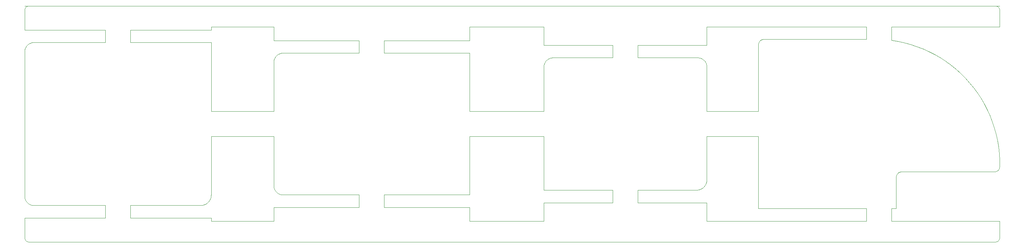
<source format=gm1>
G04 #@! TF.GenerationSoftware,KiCad,Pcbnew,7.0.9*
G04 #@! TF.CreationDate,2024-12-23T13:01:39-05:00*
G04 #@! TF.ProjectId,pods_panel,706f6473-5f70-4616-9e65-6c2e6b696361,rev?*
G04 #@! TF.SameCoordinates,Original*
G04 #@! TF.FileFunction,Profile,NP*
%FSLAX46Y46*%
G04 Gerber Fmt 4.6, Leading zero omitted, Abs format (unit mm)*
G04 Created by KiCad (PCBNEW 7.0.9) date 2024-12-23 13:01:39*
%MOMM*%
%LPD*%
G01*
G04 APERTURE LIST*
G04 #@! TA.AperFunction,Profile*
%ADD10C,0.100000*%
G04 #@! TD*
G04 APERTURE END LIST*
D10*
X193261007Y-32429806D02*
X193148677Y-32415500D01*
X33047670Y-67625903D02*
X33152828Y-67667909D01*
X156231689Y-33862805D02*
X156195064Y-33969956D01*
X76272569Y-66027415D02*
X76307971Y-65903690D01*
X138285811Y-24999999D02*
X156092566Y-24999999D01*
X201339255Y-45274533D02*
X195157566Y-45274533D01*
X208174610Y-28159989D02*
X208119159Y-28192631D01*
X138285811Y-51274533D02*
X147189188Y-51274533D01*
X31833179Y-66348260D02*
X31875185Y-66453418D01*
X33047670Y-28923162D02*
X32944775Y-28970439D01*
X32161672Y-29608976D02*
X32094649Y-29700248D01*
X265279947Y-58736059D02*
X265291298Y-58672723D01*
X31694056Y-20999999D02*
X31694056Y-20999999D01*
X194773122Y-62948601D02*
X194838406Y-62837699D01*
X111833311Y-31282033D02*
X93615811Y-31282033D01*
X195131792Y-34300591D02*
X195111815Y-34189130D01*
X91719091Y-32334798D02*
X91661646Y-32432383D01*
X263575026Y-47809193D02*
X263015122Y-46360878D01*
X264305944Y-76555410D02*
X264403961Y-76550594D01*
X156092566Y-29404033D02*
X156092566Y-29404033D01*
X91406584Y-33178591D02*
X91392278Y-33290921D01*
X33702944Y-67795565D02*
X33815855Y-67804164D01*
X32032336Y-66754267D02*
X32094649Y-66848817D01*
X74967657Y-67547456D02*
X75081722Y-67487873D01*
X193482774Y-32475380D02*
X193372468Y-32449783D01*
X264777340Y-20118078D02*
X264688627Y-20076120D01*
X265291298Y-58672723D02*
X265299428Y-58608893D01*
X92339026Y-64866439D02*
X92433576Y-64928752D01*
X241194610Y-59909989D02*
X241251643Y-59880198D01*
X32309144Y-29437191D02*
X32233231Y-29521215D01*
X76183208Y-66268696D02*
X76230946Y-66149188D01*
X93165908Y-31327783D02*
X93055602Y-31353380D01*
X32694056Y-20000000D02*
X32596038Y-20004815D01*
X32059662Y-20226989D02*
X31986949Y-20292893D01*
X91383679Y-33403832D02*
X91380811Y-33517033D01*
X265305944Y-71555410D02*
X239413444Y-71555410D01*
X195157566Y-34639033D02*
X195154697Y-34525832D01*
X156138316Y-34189130D02*
X156118339Y-34300591D01*
X92075969Y-31897121D02*
X91995899Y-31977191D01*
X193850232Y-63825873D02*
X193961134Y-63760589D01*
X76307971Y-65903690D02*
X76337062Y-65778331D01*
X240540944Y-68555410D02*
X240540944Y-61020410D01*
X111833311Y-68267033D02*
X91380811Y-68267033D01*
X264403961Y-76550594D02*
X264501034Y-76536195D01*
X83884933Y-51274533D02*
X91380811Y-51274533D01*
X240935956Y-60099923D02*
X240983700Y-60056787D01*
X178625066Y-64145033D02*
X192617566Y-64145033D01*
X208726619Y-28002040D02*
X208662460Y-28006925D01*
X240542574Y-60956085D02*
X240547459Y-60891926D01*
X239413444Y-68555410D02*
X240540944Y-68555410D01*
X208598630Y-28015055D02*
X208535294Y-28026406D01*
X117833311Y-31282033D02*
X117833311Y-28282033D01*
X31694056Y-19999999D02*
X31694056Y-20000000D01*
X240581486Y-60702081D02*
X240599187Y-60640218D01*
X93165908Y-65221282D02*
X93277369Y-65241259D01*
X265299428Y-58608893D02*
X265304313Y-58544734D01*
X194290622Y-32871649D02*
X194199350Y-32804626D01*
X194689949Y-33270976D02*
X194618390Y-33183215D01*
X195157566Y-61605033D02*
X195157566Y-51274533D01*
X73849056Y-67807033D02*
X73977704Y-67803772D01*
X91661646Y-64116682D02*
X91719091Y-64214267D01*
X91561940Y-32635647D02*
X91519934Y-32740805D01*
X93277369Y-65241259D02*
X93389699Y-65255565D01*
X31922462Y-66556313D02*
X31974891Y-66656682D01*
X195018442Y-33862805D02*
X194976436Y-33757647D01*
X31974891Y-66656682D02*
X32032336Y-66754267D01*
X158327566Y-32404033D02*
X158214365Y-32406901D01*
X31713270Y-75750500D02*
X31737115Y-75845694D01*
X193906846Y-32632439D02*
X193803951Y-32585162D01*
X194756972Y-33362248D02*
X194689949Y-33270976D01*
X138285811Y-68267033D02*
X117833311Y-68267033D01*
X233413444Y-28000022D02*
X208790944Y-28000410D01*
X33259979Y-28844531D02*
X33152828Y-28881156D01*
X31694056Y-20000000D02*
X32694056Y-20000000D01*
X241810944Y-59750410D02*
X264035944Y-59750410D01*
X33815855Y-28744901D02*
X33702944Y-28753500D01*
X195157566Y-45274533D02*
X195157566Y-34639033D01*
X31921045Y-20365606D02*
X31862586Y-20444429D01*
X91426561Y-33067130D02*
X91406584Y-33178591D01*
X92339026Y-31682626D02*
X92247754Y-31749649D01*
X240540944Y-61020410D02*
X240542574Y-60956085D01*
X32652271Y-29142626D02*
X32560999Y-29209649D01*
X76389056Y-51274533D02*
X83884933Y-51274533D01*
X32473238Y-67267857D02*
X32560999Y-67339416D01*
X91561940Y-63913418D02*
X91609217Y-64016313D01*
X147189188Y-45274533D02*
X138285811Y-45274533D01*
X195041079Y-62365415D02*
X195076481Y-62241690D01*
X31862586Y-76110980D02*
X31921045Y-76189803D01*
X157343285Y-32632439D02*
X157242916Y-32684868D01*
X248380451Y-30934194D02*
X246963628Y-30298805D01*
X31737115Y-75845694D02*
X31770176Y-75938093D01*
X156707654Y-33099191D02*
X156631741Y-33183215D01*
X51041556Y-70807033D02*
X31694056Y-70807033D01*
X195128275Y-61989659D02*
X195144534Y-61862000D01*
X91380811Y-28282033D02*
X111833311Y-28282033D01*
X156320972Y-33654752D02*
X156273695Y-33757647D01*
X240599187Y-60640218D02*
X240619998Y-60579332D01*
X156787724Y-33019121D02*
X156707654Y-33099191D01*
X33479153Y-67761282D02*
X33590614Y-67781259D01*
X207623867Y-28769578D02*
X207599998Y-28829332D01*
X32944775Y-67578626D02*
X33047670Y-67625903D01*
X194068587Y-63689772D02*
X194172315Y-63613603D01*
X156092566Y-51274533D02*
X156092566Y-64145033D01*
X207713165Y-28598625D02*
X207680523Y-28654076D01*
X264305944Y-20000000D02*
X265305944Y-20000000D01*
X74233682Y-67777742D02*
X74360354Y-67755039D01*
X33259979Y-67704534D02*
X33368847Y-67735685D01*
X264940337Y-76328420D02*
X265013050Y-76262516D01*
X264035944Y-59750410D02*
X264100268Y-59748779D01*
X32746821Y-29080313D02*
X32652271Y-29142626D01*
X195157566Y-71555410D02*
X195157566Y-67145033D01*
X264761454Y-59522779D02*
X264813318Y-59484695D01*
X31705523Y-30750921D02*
X31696924Y-30863832D01*
X178625066Y-32404033D02*
X178625066Y-29404033D01*
X195157566Y-24999999D02*
X195157566Y-24999999D01*
X92839583Y-31421156D02*
X92734425Y-31463162D01*
X31986949Y-76262516D02*
X32059662Y-76328420D01*
X31922462Y-29992752D02*
X31875185Y-30095647D01*
X75933795Y-66718054D02*
X76004612Y-66610601D01*
X194702305Y-63056054D02*
X194773122Y-62948601D01*
X195086218Y-34078824D02*
X195055067Y-33969956D01*
X32389214Y-67191944D02*
X32473238Y-67267857D01*
X264416135Y-59692166D02*
X264477021Y-59671355D01*
X207963700Y-28306787D02*
X207915956Y-28349923D01*
X31694056Y-21000000D02*
X31694056Y-24999999D01*
X92531161Y-64986197D02*
X92631530Y-65038626D01*
X256020323Y-36201955D02*
X254867080Y-35162176D01*
X240733165Y-60348625D02*
X240768574Y-60294899D01*
X92734425Y-31463162D02*
X92631530Y-31510439D01*
X194976436Y-33757647D02*
X194929159Y-33654752D01*
X240847321Y-60193166D02*
X240890457Y-60145422D01*
X32389214Y-29357121D02*
X32309144Y-29437191D01*
X264291593Y-59724413D02*
X264354272Y-59709867D01*
X261673374Y-43561301D02*
X260895159Y-42217616D01*
X241682460Y-59756925D02*
X241746619Y-59752040D01*
X172625066Y-67145033D02*
X156092566Y-67145033D01*
X92433576Y-31620313D02*
X92339026Y-31682626D01*
X156092566Y-24999999D02*
X156092566Y-29404033D01*
X264100268Y-59748779D02*
X264164427Y-59743894D01*
X92946734Y-31384531D02*
X92839583Y-31421156D01*
X194626136Y-63159782D02*
X194702305Y-63056054D01*
X76389056Y-65267033D02*
X76389056Y-51274533D01*
X207520944Y-29270410D02*
X207520944Y-45274533D01*
X240983700Y-60056787D02*
X241033569Y-60016124D01*
X233413444Y-71555410D02*
X195157566Y-71555410D01*
X31713270Y-20804909D02*
X31698871Y-20901982D01*
X91483309Y-32847956D02*
X91452158Y-32956824D01*
X257117939Y-37300295D02*
X256020323Y-36201955D01*
X93615811Y-31282033D02*
X93502610Y-31284901D01*
X195144534Y-61862000D02*
X195154305Y-61733681D01*
X239413444Y-24999999D02*
X265305944Y-24999999D01*
X242542164Y-28845694D02*
X241024640Y-28516713D01*
X264813318Y-59484695D02*
X264863187Y-59444032D01*
X264777340Y-76437331D02*
X264861514Y-76386879D01*
X265305944Y-20000000D02*
X265305944Y-19999999D01*
X31921045Y-76189803D02*
X31986949Y-76262516D01*
X76389056Y-24999999D02*
X91380811Y-24999999D01*
X195154305Y-61733681D02*
X195157566Y-61605033D01*
X265247700Y-58860601D02*
X265265401Y-58798738D01*
X51041556Y-28742033D02*
X33929056Y-28742033D01*
X264688627Y-76479289D02*
X264777340Y-76437331D01*
X75690029Y-67017008D02*
X75776301Y-66921519D01*
X92946734Y-65164534D02*
X93055602Y-65195685D01*
X207870457Y-28395422D02*
X207827321Y-28443166D01*
X31739806Y-30527130D02*
X31719829Y-30638591D01*
X265301128Y-20901982D02*
X265286729Y-20804909D01*
X32403771Y-20043059D02*
X32311372Y-20076120D01*
X195076481Y-62241690D02*
X195105572Y-62116331D01*
X265041919Y-53833781D02*
X264793301Y-52301038D01*
X246963628Y-30298805D02*
X245515681Y-29737947D01*
X264536775Y-59647486D02*
X264595244Y-59620621D01*
X195105572Y-62116331D02*
X195128275Y-61989659D01*
X33815855Y-67804164D02*
X33929056Y-67807033D01*
X91392278Y-33290921D02*
X91383679Y-33403832D01*
X259134569Y-39660617D02*
X258156958Y-38454223D01*
X74850719Y-67601185D02*
X74967657Y-67547456D01*
X208349866Y-28079464D02*
X208290112Y-28103333D01*
X193499721Y-63986923D02*
X193619229Y-63939185D01*
X74106023Y-67794001D02*
X74106023Y-67794001D01*
X195157566Y-51274533D02*
X201339255Y-51274533D01*
X91919986Y-64487850D02*
X91995899Y-64571874D01*
X73977704Y-67803772D02*
X74106023Y-67794001D01*
X93502610Y-31284901D02*
X93389699Y-31293500D01*
X32222659Y-76437331D02*
X32311372Y-76479289D01*
X157767357Y-32475380D02*
X157658489Y-32506531D01*
X157877663Y-32449783D02*
X157767357Y-32475380D01*
X156959509Y-32871649D02*
X156871748Y-32943208D01*
X31698871Y-75653427D02*
X31713270Y-75750500D01*
X32138485Y-20168530D02*
X32059662Y-20226989D01*
X265146364Y-59096743D02*
X265176155Y-59039710D01*
X158214365Y-32406901D02*
X158101454Y-32415500D01*
X178625066Y-29404033D02*
X195157566Y-29404033D01*
X51041556Y-25742033D02*
X51041556Y-28742033D01*
X32560999Y-67339416D02*
X32652271Y-67406439D01*
X92531161Y-31562868D02*
X92433576Y-31620313D01*
X156092566Y-71555410D02*
X138285811Y-71555410D01*
X264688627Y-20076120D02*
X264596228Y-20043059D01*
X93055602Y-31353380D02*
X92946734Y-31384531D01*
X92839583Y-65127909D02*
X92946734Y-65164534D01*
X92075969Y-64651944D02*
X92159993Y-64727857D01*
X265305944Y-58480410D02*
X265298587Y-56927652D01*
X32311372Y-20076120D02*
X32222659Y-20118078D01*
X31796554Y-30307956D02*
X31765403Y-30416824D01*
X208231643Y-28130198D02*
X208174610Y-28159989D01*
X156092566Y-34639033D02*
X156092566Y-45274533D01*
X193591642Y-32506531D02*
X193482774Y-32475380D01*
X265078954Y-20365606D02*
X265013050Y-20292893D01*
X193254223Y-64063948D02*
X193377948Y-64028546D01*
X208410752Y-28058653D02*
X208349866Y-28079464D01*
X194378383Y-32943208D02*
X194290622Y-32871649D01*
X156095434Y-34525832D02*
X156092566Y-34639033D01*
X31694056Y-75555410D02*
X31698871Y-75653427D01*
X32560999Y-29209649D02*
X32473238Y-29281208D01*
X156273695Y-33757647D02*
X156231689Y-33862805D01*
X91719091Y-64214267D02*
X91781404Y-64308817D01*
X156373401Y-33554383D02*
X156320972Y-33654752D01*
X91519934Y-63808260D02*
X91561940Y-63913418D01*
X193803951Y-32585162D02*
X193698793Y-32543156D01*
X241492615Y-59790952D02*
X241555294Y-59776406D01*
X75403805Y-67275603D02*
X75503542Y-67194278D01*
X194838406Y-62837699D02*
X194897989Y-62723634D01*
X156195064Y-33969956D02*
X156163913Y-34078824D01*
X156092566Y-45274533D02*
X147189188Y-45274533D01*
X193619229Y-63939185D02*
X193736167Y-63885456D01*
X195157566Y-24999999D02*
X233413444Y-24999999D01*
X249762319Y-31642397D02*
X248380451Y-30934194D01*
X207522574Y-29206085D02*
X207520944Y-29270410D01*
X32498965Y-20019214D02*
X32403771Y-20043059D01*
X264861514Y-20168530D02*
X264777340Y-20118078D01*
X192617566Y-64145033D02*
X192617566Y-64145033D01*
X32094649Y-29700248D02*
X32032336Y-29794798D01*
X241369866Y-59829464D02*
X241430752Y-59808653D01*
X31770176Y-75938093D02*
X31812134Y-76026806D01*
X195111815Y-34189130D02*
X195086218Y-34078824D01*
X233413444Y-68555410D02*
X233413444Y-71555410D01*
X31696924Y-30863832D02*
X31694056Y-30977033D01*
X32746821Y-67468752D02*
X32844406Y-67526197D01*
X264793301Y-52301038D02*
X264465320Y-50783297D01*
X240670732Y-60461109D02*
X240700523Y-60404076D01*
X207748574Y-28544899D02*
X207713165Y-28598625D01*
X207827321Y-28443166D02*
X207786658Y-28493035D01*
X240566940Y-60764760D02*
X240581486Y-60702081D01*
X208662460Y-28006925D02*
X208598630Y-28015055D01*
X172625066Y-29404033D02*
X172625066Y-32404033D01*
X263015122Y-46360878D02*
X262380666Y-44943635D01*
X91452158Y-32956824D02*
X91426561Y-33067130D01*
X92247754Y-64799416D02*
X92339026Y-64866439D01*
X156092566Y-64145033D02*
X172625066Y-64145033D01*
X158101454Y-32415500D02*
X157989124Y-32429806D01*
X195157566Y-67145033D02*
X178625066Y-67145033D01*
X91380811Y-24999999D02*
X91380811Y-28282033D01*
X31812134Y-20528603D02*
X31770176Y-20617316D01*
X91392278Y-63258144D02*
X91406584Y-63370474D01*
X33590614Y-28767806D02*
X33479153Y-28787783D01*
X264354272Y-59709867D02*
X264416135Y-59692166D01*
X265176155Y-59039710D02*
X265203020Y-58981241D01*
X75081722Y-67487873D02*
X75192624Y-67422589D01*
X240768574Y-60294899D02*
X240806658Y-60243035D01*
X31986949Y-20292893D02*
X31921045Y-20365606D01*
X31694056Y-30977033D02*
X31694056Y-65572033D01*
X111833311Y-28282033D02*
X111833311Y-31282033D01*
X92631530Y-31510439D02*
X92531161Y-31562868D01*
X32222659Y-20118078D02*
X32138485Y-20168530D01*
X193128864Y-64093039D02*
X193254223Y-64063948D01*
X74360354Y-67755039D02*
X74485713Y-67725948D01*
X93502610Y-65264164D02*
X93615811Y-65267033D01*
X33590614Y-67781259D02*
X33702944Y-67795565D01*
X117833311Y-28282033D02*
X138285811Y-28282033D01*
X32844406Y-67526197D02*
X32944775Y-67578626D01*
X91380811Y-68267033D02*
X91380811Y-71555410D01*
X264707728Y-59558188D02*
X264761454Y-59522779D01*
X32403771Y-76512350D02*
X32498965Y-76536195D01*
X194951718Y-62606696D02*
X194999456Y-62487188D01*
X91380811Y-45274533D02*
X83884933Y-45274533D01*
X91380811Y-51274533D02*
X91380811Y-63032033D01*
X32032336Y-29794798D02*
X31974891Y-29892383D01*
X265078313Y-59205920D02*
X265113722Y-59152194D01*
X193148677Y-32415500D02*
X193035766Y-32406901D01*
X254867080Y-35162176D02*
X253661330Y-34183771D01*
X32059662Y-76328420D02*
X32138485Y-76386879D01*
X33152828Y-28881156D02*
X33047670Y-28923162D01*
X265187865Y-20528603D02*
X265137413Y-20444429D01*
X194367541Y-63446006D02*
X194458539Y-63355008D01*
X32498965Y-76536195D02*
X32596038Y-76550594D01*
X194272052Y-63532278D02*
X194367541Y-63446006D01*
X194104800Y-32742313D02*
X194007215Y-32684868D01*
X195055067Y-33969956D02*
X195018442Y-33862805D01*
X76004612Y-66610601D02*
X76069896Y-66499699D01*
X57041556Y-67807033D02*
X73849056Y-67807033D01*
X91848427Y-32148976D02*
X91781404Y-32240248D01*
X91426561Y-63481935D02*
X91452158Y-63592241D01*
X33368847Y-67735685D02*
X33479153Y-67761282D01*
X31694056Y-70807033D02*
X31694056Y-71555410D01*
X207650732Y-28711109D02*
X207623867Y-28769578D01*
X91848427Y-64400089D02*
X91919986Y-64487850D01*
X31796554Y-66241109D02*
X31833179Y-66348260D01*
X208065433Y-28228040D02*
X208013569Y-28266124D01*
X31812134Y-76026806D02*
X31862586Y-76110980D01*
X75503542Y-67194278D02*
X75599031Y-67108006D01*
X195146098Y-34412921D02*
X195131792Y-34300591D01*
X265305944Y-24999999D02*
X265305944Y-21000000D01*
X31705523Y-65798144D02*
X31719829Y-65910474D01*
X156871748Y-32943208D02*
X156787724Y-33019121D01*
X91609217Y-64016313D02*
X91661646Y-64116682D01*
X91781404Y-64308817D02*
X91848427Y-64400089D01*
X75192624Y-67422589D02*
X75300077Y-67351772D01*
X265078954Y-76189803D02*
X265137413Y-76110980D01*
X265013050Y-20292893D02*
X264940337Y-20226989D01*
X91380811Y-33517033D02*
X91380811Y-45274533D01*
X264595244Y-59620621D02*
X264652277Y-59590830D01*
X207535589Y-29078096D02*
X207527459Y-29141926D01*
X241139159Y-59942631D02*
X241194610Y-59909989D01*
X265113722Y-59152194D02*
X265146364Y-59096743D01*
X33479153Y-28787783D02*
X33368847Y-28813380D01*
X32309144Y-67111874D02*
X32389214Y-67191944D01*
X194897989Y-62723634D02*
X194951718Y-62606696D01*
X76389056Y-45274533D02*
X76389056Y-28742033D01*
X207599998Y-28829332D02*
X207579187Y-28890218D01*
X138285811Y-31282033D02*
X117833311Y-31282033D01*
X57041556Y-70807033D02*
X57041556Y-67807033D01*
X74106023Y-67794001D02*
X74233682Y-67777742D01*
X93389699Y-65255565D02*
X93502610Y-65264164D01*
X193035766Y-32406901D02*
X192922566Y-32404033D01*
X111833311Y-65267033D02*
X111833311Y-68267033D01*
X31875185Y-66453418D02*
X31922462Y-66556313D01*
X265040229Y-59257784D02*
X265078313Y-59205920D01*
X265265401Y-58798738D02*
X265279947Y-58736059D01*
X156104033Y-34412921D02*
X156095434Y-34525832D01*
X264501034Y-20019214D02*
X264403961Y-20004815D01*
X156560182Y-33270976D02*
X156493159Y-33362248D01*
X265262884Y-75845694D02*
X265286729Y-75750500D01*
X193372468Y-32449783D02*
X193261007Y-32429806D01*
X240643867Y-60519578D02*
X240670732Y-60461109D01*
X74609438Y-67690546D02*
X74731211Y-67648923D01*
X33929056Y-28742033D02*
X33815855Y-28744901D01*
X91406584Y-63370474D02*
X91426561Y-63481935D01*
X194929159Y-33654752D02*
X194876730Y-33554383D01*
X93055602Y-65195685D02*
X93165908Y-65221282D01*
X32233231Y-29521215D02*
X32161672Y-29608976D01*
X117833311Y-68267033D02*
X117833311Y-65267033D01*
X241024640Y-28516713D02*
X239492061Y-28267085D01*
X240700523Y-60404076D02*
X240733165Y-60348625D01*
X32311372Y-76479289D02*
X32403771Y-76512350D01*
X194007215Y-32684868D02*
X193906846Y-32632439D01*
X241033569Y-60016124D02*
X241085433Y-59978040D01*
X76389056Y-25742033D02*
X76389056Y-24999999D01*
X31765403Y-66132241D02*
X31796554Y-66241109D01*
X207680523Y-28654076D02*
X207650732Y-28711109D01*
X241555294Y-59776406D02*
X241618630Y-59765055D01*
X207520944Y-45274533D02*
X201339255Y-45274533D01*
X91380811Y-63032033D02*
X91383679Y-63145233D01*
X265304313Y-58544734D02*
X265305944Y-58480410D01*
X265137413Y-20444429D02*
X265078954Y-20365606D01*
X233413444Y-24999999D02*
X233413444Y-28000022D01*
X265210500Y-55377378D02*
X265041919Y-53833781D01*
X208013569Y-28266124D02*
X207963700Y-28306787D01*
X33368847Y-28813380D02*
X33259979Y-28844531D01*
X207915956Y-28349923D02*
X207870457Y-28395422D01*
X156430846Y-33456798D02*
X156373401Y-33554383D01*
X93389699Y-31293500D02*
X93277369Y-31307806D01*
X93615811Y-65267033D02*
X111833311Y-65267033D01*
X208472615Y-28040952D02*
X208410752Y-28058653D01*
X193698793Y-32543156D02*
X193591642Y-32506531D01*
X193002192Y-64115742D02*
X193128864Y-64093039D01*
X265301128Y-75653427D02*
X265305944Y-75555410D01*
X74731211Y-67648923D02*
X74850719Y-67601185D01*
X208119159Y-28192631D02*
X208065433Y-28228040D01*
X32138485Y-76386879D02*
X32222659Y-76437331D01*
X76376024Y-65524000D02*
X76385795Y-65395681D01*
X76389056Y-71555410D02*
X76389056Y-70807033D01*
X264940337Y-20226989D02*
X264861514Y-20168530D01*
X194458539Y-63355008D02*
X194544811Y-63259519D01*
X31694056Y-24999999D02*
X31694056Y-25742033D01*
X264501034Y-76536195D02*
X264596228Y-76512350D01*
X31694056Y-71555410D02*
X31694056Y-75555410D01*
X91661646Y-32432383D02*
X91609217Y-32532752D01*
X156118339Y-34300591D02*
X156104033Y-34412921D01*
X156631741Y-33183215D02*
X156560182Y-33270976D01*
X57041556Y-28742033D02*
X57041556Y-25742033D01*
X192922566Y-32404033D02*
X178625066Y-32404033D01*
X76389056Y-70807033D02*
X57041556Y-70807033D01*
X32596038Y-76550594D02*
X32694056Y-76555410D01*
X172625066Y-32404033D02*
X158327566Y-32404033D01*
X264403961Y-20004815D02*
X264305944Y-20000000D01*
X32094649Y-66848817D02*
X32161672Y-66940089D01*
X76069896Y-66499699D02*
X76129479Y-66385634D01*
X76385795Y-65395681D02*
X76389056Y-65267033D01*
X157145331Y-32742313D02*
X157050781Y-32804626D01*
X51041556Y-67807033D02*
X51041556Y-70807033D01*
X265013050Y-76262516D02*
X265078954Y-76189803D01*
X194199350Y-32804626D02*
X194104800Y-32742313D01*
X265137413Y-76110980D02*
X265187865Y-76026806D01*
X33929056Y-67807033D02*
X51041556Y-67807033D01*
X194542477Y-33099191D02*
X194462407Y-33019121D01*
X157989124Y-32429806D02*
X157877663Y-32449783D01*
X194172315Y-63613603D02*
X194272052Y-63532278D01*
X192617566Y-64145033D02*
X192746214Y-64141772D01*
X265229823Y-20617316D02*
X265187865Y-20528603D01*
X33702944Y-28753500D02*
X33590614Y-28767806D01*
X201339255Y-51274533D02*
X207520944Y-51274533D01*
X157551338Y-32543156D02*
X157446180Y-32585162D01*
X264652277Y-59590830D02*
X264707728Y-59558188D01*
X240890457Y-60145422D02*
X240935956Y-60099923D01*
X91995899Y-31977191D02*
X91919986Y-32061215D01*
X192874533Y-64132001D02*
X193002192Y-64115742D01*
X193736167Y-63885456D02*
X193850232Y-63825873D01*
X76359765Y-65651659D02*
X76376024Y-65524000D01*
X265298587Y-56927652D02*
X265210500Y-55377378D01*
X32473238Y-29281208D02*
X32389214Y-29357121D01*
X241310112Y-59853333D02*
X241369866Y-59829464D01*
X31875185Y-30095647D02*
X31833179Y-30200805D01*
X194544811Y-63259519D02*
X194626136Y-63159782D01*
X258156958Y-38454223D02*
X257117939Y-37300295D01*
X207786658Y-28493035D02*
X207748574Y-28544899D01*
X31974891Y-29892383D02*
X31922462Y-29992752D01*
X265226889Y-58921487D02*
X265247700Y-58860601D01*
X240806658Y-60243035D02*
X240847321Y-60193166D01*
X239413444Y-28258447D02*
X239413444Y-24999999D01*
X207520944Y-51274533D02*
X207520944Y-68555410D01*
X240555589Y-60828096D02*
X240566940Y-60764760D01*
X91380811Y-28282033D02*
X91380811Y-28282033D01*
X178625066Y-67145033D02*
X178625066Y-64145033D01*
X264596228Y-76512350D02*
X264688627Y-76479289D01*
X264910931Y-59400896D02*
X264956430Y-59355397D01*
X264863187Y-59444032D02*
X264910931Y-59400896D01*
X156092566Y-29404033D02*
X172625066Y-29404033D01*
X157050781Y-32804626D02*
X156959509Y-32871649D01*
X31833179Y-30200805D02*
X31796554Y-30307956D01*
X244040529Y-29253140D02*
X242542164Y-28845694D01*
X31694056Y-25742033D02*
X51041556Y-25742033D01*
X240547459Y-60891926D02*
X240555589Y-60828096D01*
X240619998Y-60579332D02*
X240643867Y-60519578D01*
X239492061Y-28267085D02*
X239413444Y-28258447D01*
X265305944Y-75555410D02*
X265305944Y-71555410D01*
X252406336Y-33269387D02*
X251105492Y-32421498D01*
X32233231Y-67027850D02*
X32309144Y-67111874D01*
X93277369Y-31307806D02*
X93165908Y-31327783D01*
X172625066Y-64145033D02*
X172625066Y-67145033D01*
X265305944Y-21000000D02*
X265301128Y-20901982D01*
X260895159Y-42217616D02*
X260048126Y-40916214D01*
X91383679Y-63145233D02*
X91392278Y-63258144D01*
X75857626Y-66821782D02*
X75933795Y-66718054D01*
X193377948Y-64028546D02*
X193499721Y-63986923D01*
X194876730Y-33554383D02*
X194819285Y-33456798D01*
X245515681Y-29737947D02*
X244040529Y-29253140D01*
X32596038Y-20004815D02*
X32498965Y-20019214D01*
X264228257Y-59735764D02*
X264291593Y-59724413D01*
X194462407Y-33019121D02*
X194378383Y-32943208D01*
X92734425Y-65085903D02*
X92839583Y-65127909D01*
X76337062Y-65778331D02*
X76359765Y-65651659D01*
X265262884Y-20709715D02*
X265229823Y-20617316D01*
X264861514Y-76386879D02*
X264940337Y-76328420D01*
X74485713Y-67725948D02*
X74609438Y-67690546D01*
X156493159Y-33362248D02*
X156430846Y-33456798D01*
X31696924Y-65685233D02*
X31705523Y-65798144D01*
X194618390Y-33183215D02*
X194542477Y-33099191D01*
X138285811Y-71555410D02*
X138285811Y-68267033D01*
X138285811Y-45274533D02*
X138285811Y-31282033D01*
X264596228Y-20043059D02*
X264501034Y-20019214D01*
X57041556Y-25742033D02*
X76389056Y-25742033D01*
X251105492Y-32421498D02*
X249762319Y-31642397D01*
X193961134Y-63760589D02*
X194068587Y-63689772D01*
X31765403Y-30416824D02*
X31739806Y-30527130D01*
X195157566Y-29404033D02*
X195157566Y-24999999D01*
X91380811Y-71555410D02*
X76389056Y-71555410D01*
X31719829Y-65910474D02*
X31739806Y-66021935D01*
X33152828Y-67667909D02*
X33259979Y-67704534D01*
X32944775Y-28970439D02*
X32844406Y-29022868D01*
X241430752Y-59808653D02*
X241492615Y-59790952D01*
X31862586Y-20444429D02*
X31812134Y-20528603D01*
X265187865Y-76026806D02*
X265229823Y-75938093D01*
X31737115Y-20709715D02*
X31713270Y-20804909D01*
X208535294Y-28026406D02*
X208472615Y-28040952D01*
X260048126Y-40916214D02*
X259134569Y-39660617D01*
X31694056Y-65572033D02*
X31696924Y-65685233D01*
X31719829Y-30638591D02*
X31705523Y-30750921D01*
X31770176Y-20617316D02*
X31737115Y-20709715D01*
X208790944Y-28000410D02*
X208726619Y-28002040D01*
X207520944Y-68555410D02*
X233413444Y-68555410D01*
X75776301Y-66921519D02*
X75857626Y-66821782D01*
X264164427Y-59743894D02*
X264228257Y-59735764D01*
X76389056Y-28742033D02*
X57041556Y-28742033D01*
X192746214Y-64141772D02*
X192874533Y-64132001D01*
X241085433Y-59978040D02*
X241139159Y-59942631D01*
X265305944Y-19999999D02*
X31694056Y-19999999D01*
X194819285Y-33456798D02*
X194756972Y-33362248D01*
X264956430Y-59355397D02*
X264999566Y-59307653D01*
X91483309Y-63701109D02*
X91519934Y-63808260D01*
X207561486Y-28952081D02*
X207546940Y-29014760D01*
X157658489Y-32506531D02*
X157551338Y-32543156D01*
X207527459Y-29141926D02*
X207522574Y-29206085D01*
X138285811Y-28282033D02*
X138285811Y-24999999D01*
X239413444Y-71555410D02*
X239413444Y-68555410D01*
X241746619Y-59752040D02*
X241810944Y-59750410D01*
X156092566Y-64145033D02*
X156092566Y-64145033D01*
X157242916Y-32684868D02*
X157145331Y-32742313D01*
X264999566Y-59307653D02*
X265040229Y-59257784D01*
X265203020Y-58981241D02*
X265226889Y-58921487D01*
X253661330Y-34183771D02*
X252406336Y-33269387D01*
X91781404Y-32240248D02*
X91719091Y-32334798D01*
X91519934Y-32740805D02*
X91483309Y-32847956D01*
X208290112Y-28103333D02*
X208231643Y-28130198D01*
X264058861Y-49284664D02*
X263575026Y-47809193D01*
X117833311Y-65267033D02*
X138285811Y-65267033D01*
X241251643Y-59880198D02*
X241310112Y-59853333D01*
X265286729Y-75750500D02*
X265301128Y-75653427D01*
X207579187Y-28890218D02*
X207561486Y-28952081D01*
X32652271Y-67406439D02*
X32746821Y-67468752D01*
X241618630Y-59765055D02*
X241682460Y-59756925D01*
X264465320Y-50783297D02*
X264058861Y-49284664D01*
X157446180Y-32585162D02*
X157343285Y-32632439D01*
X92159993Y-31821208D02*
X92075969Y-31897121D01*
X91919986Y-32061215D02*
X91848427Y-32148976D01*
X31739806Y-66021935D02*
X31765403Y-66132241D01*
X31694056Y-20999999D02*
X31694056Y-21000000D01*
X31694056Y-24999999D02*
X31694056Y-24999999D01*
X92631530Y-65038626D02*
X92734425Y-65085903D01*
X264477021Y-59671355D02*
X264536775Y-59647486D01*
X92159993Y-64727857D02*
X92247754Y-64799416D01*
X32161672Y-66940089D02*
X32233231Y-67027850D01*
X32844406Y-29022868D02*
X32746821Y-29080313D01*
X91609217Y-32532752D02*
X91561940Y-32635647D01*
X156092566Y-67145033D02*
X156092566Y-71555410D01*
X92247754Y-31749649D02*
X92159993Y-31821208D01*
X265229823Y-75938093D02*
X265262884Y-75845694D01*
X76129479Y-66385634D02*
X76183208Y-66268696D01*
X31698871Y-20901982D02*
X31694056Y-20999999D01*
X195154697Y-34525832D02*
X195146098Y-34412921D01*
X194999456Y-62487188D02*
X195041079Y-62365415D01*
X75599031Y-67108006D02*
X75690029Y-67017008D01*
X156163913Y-34078824D02*
X156138316Y-34189130D01*
X147189188Y-51274533D02*
X156092566Y-51274533D01*
X265286729Y-20804909D02*
X265262884Y-20709715D01*
X91995899Y-64571874D02*
X92075969Y-64651944D01*
X138285811Y-65267033D02*
X138285811Y-51274533D01*
X83884933Y-45274533D02*
X76389056Y-45274533D01*
X75300077Y-67351772D02*
X75403805Y-67275603D01*
X207546940Y-29014760D02*
X207535589Y-29078096D01*
X91452158Y-63592241D02*
X91483309Y-63701109D01*
X262380666Y-44943635D02*
X261673374Y-43561301D01*
X92433576Y-64928752D02*
X92531161Y-64986197D01*
X32694056Y-76555410D02*
X264305944Y-76555410D01*
X76230946Y-66149188D02*
X76272569Y-66027415D01*
M02*

</source>
